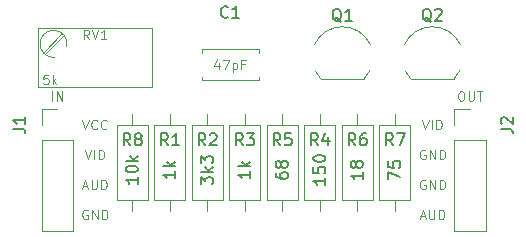
<source format=gto>
%TF.GenerationSoftware,KiCad,Pcbnew,(5.1.8)-1*%
%TF.CreationDate,2021-02-01T19:36:53+01:00*%
%TF.ProjectId,Composite Video Amplifier,436f6d70-6f73-4697-9465-20566964656f,rev?*%
%TF.SameCoordinates,Original*%
%TF.FileFunction,Legend,Top*%
%TF.FilePolarity,Positive*%
%FSLAX46Y46*%
G04 Gerber Fmt 4.6, Leading zero omitted, Abs format (unit mm)*
G04 Created by KiCad (PCBNEW (5.1.8)-1) date 2021-02-01 19:36:53*
%MOMM*%
%LPD*%
G01*
G04 APERTURE LIST*
%ADD10C,0.100000*%
%ADD11C,0.120000*%
%ADD12C,0.150000*%
G04 APERTURE END LIST*
D10*
X165760476Y-131680000D02*
X165684285Y-131641904D01*
X165570000Y-131641904D01*
X165455714Y-131680000D01*
X165379523Y-131756190D01*
X165341428Y-131832380D01*
X165303333Y-131984761D01*
X165303333Y-132099047D01*
X165341428Y-132251428D01*
X165379523Y-132327619D01*
X165455714Y-132403809D01*
X165570000Y-132441904D01*
X165646190Y-132441904D01*
X165760476Y-132403809D01*
X165798571Y-132365714D01*
X165798571Y-132099047D01*
X165646190Y-132099047D01*
X166141428Y-132441904D02*
X166141428Y-131641904D01*
X166598571Y-132441904D01*
X166598571Y-131641904D01*
X166979523Y-132441904D02*
X166979523Y-131641904D01*
X167170000Y-131641904D01*
X167284285Y-131680000D01*
X167360476Y-131756190D01*
X167398571Y-131832380D01*
X167436666Y-131984761D01*
X167436666Y-132099047D01*
X167398571Y-132251428D01*
X167360476Y-132327619D01*
X167284285Y-132403809D01*
X167170000Y-132441904D01*
X166979523Y-132441904D01*
X168745000Y-124148904D02*
X168897380Y-124148904D01*
X168973571Y-124187000D01*
X169049761Y-124263190D01*
X169087857Y-124415571D01*
X169087857Y-124682238D01*
X169049761Y-124834619D01*
X168973571Y-124910809D01*
X168897380Y-124948904D01*
X168745000Y-124948904D01*
X168668809Y-124910809D01*
X168592619Y-124834619D01*
X168554523Y-124682238D01*
X168554523Y-124415571D01*
X168592619Y-124263190D01*
X168668809Y-124187000D01*
X168745000Y-124148904D01*
X169430714Y-124148904D02*
X169430714Y-124796523D01*
X169468809Y-124872714D01*
X169506904Y-124910809D01*
X169583095Y-124948904D01*
X169735476Y-124948904D01*
X169811666Y-124910809D01*
X169849761Y-124872714D01*
X169887857Y-124796523D01*
X169887857Y-124148904D01*
X170154523Y-124148904D02*
X170611666Y-124148904D01*
X170383095Y-124948904D02*
X170383095Y-124148904D01*
X136785476Y-132213333D02*
X137166428Y-132213333D01*
X136709285Y-132441904D02*
X136975952Y-131641904D01*
X137242619Y-132441904D01*
X137509285Y-131641904D02*
X137509285Y-132289523D01*
X137547380Y-132365714D01*
X137585476Y-132403809D01*
X137661666Y-132441904D01*
X137814047Y-132441904D01*
X137890238Y-132403809D01*
X137928333Y-132365714D01*
X137966428Y-132289523D01*
X137966428Y-131641904D01*
X138347380Y-132441904D02*
X138347380Y-131641904D01*
X138537857Y-131641904D01*
X138652142Y-131680000D01*
X138728333Y-131756190D01*
X138766428Y-131832380D01*
X138804523Y-131984761D01*
X138804523Y-132099047D01*
X138766428Y-132251428D01*
X138728333Y-132327619D01*
X138652142Y-132403809D01*
X138537857Y-132441904D01*
X138347380Y-132441904D01*
X136937857Y-129101904D02*
X137204523Y-129901904D01*
X137471190Y-129101904D01*
X137737857Y-129901904D02*
X137737857Y-129101904D01*
X138118809Y-129901904D02*
X138118809Y-129101904D01*
X138309285Y-129101904D01*
X138423571Y-129140000D01*
X138499761Y-129216190D01*
X138537857Y-129292380D01*
X138575952Y-129444761D01*
X138575952Y-129559047D01*
X138537857Y-129711428D01*
X138499761Y-129787619D01*
X138423571Y-129863809D01*
X138309285Y-129901904D01*
X138118809Y-129901904D01*
X136728333Y-126561904D02*
X136995000Y-127361904D01*
X137261666Y-126561904D01*
X137985476Y-127285714D02*
X137947380Y-127323809D01*
X137833095Y-127361904D01*
X137756904Y-127361904D01*
X137642619Y-127323809D01*
X137566428Y-127247619D01*
X137528333Y-127171428D01*
X137490238Y-127019047D01*
X137490238Y-126904761D01*
X137528333Y-126752380D01*
X137566428Y-126676190D01*
X137642619Y-126600000D01*
X137756904Y-126561904D01*
X137833095Y-126561904D01*
X137947380Y-126600000D01*
X137985476Y-126638095D01*
X138785476Y-127285714D02*
X138747380Y-127323809D01*
X138633095Y-127361904D01*
X138556904Y-127361904D01*
X138442619Y-127323809D01*
X138366428Y-127247619D01*
X138328333Y-127171428D01*
X138290238Y-127019047D01*
X138290238Y-126904761D01*
X138328333Y-126752380D01*
X138366428Y-126676190D01*
X138442619Y-126600000D01*
X138556904Y-126561904D01*
X138633095Y-126561904D01*
X138747380Y-126600000D01*
X138785476Y-126638095D01*
X165512857Y-126561904D02*
X165779523Y-127361904D01*
X166046190Y-126561904D01*
X166312857Y-127361904D02*
X166312857Y-126561904D01*
X166693809Y-127361904D02*
X166693809Y-126561904D01*
X166884285Y-126561904D01*
X166998571Y-126600000D01*
X167074761Y-126676190D01*
X167112857Y-126752380D01*
X167150952Y-126904761D01*
X167150952Y-127019047D01*
X167112857Y-127171428D01*
X167074761Y-127247619D01*
X166998571Y-127323809D01*
X166884285Y-127361904D01*
X166693809Y-127361904D01*
X165360476Y-134753333D02*
X165741428Y-134753333D01*
X165284285Y-134981904D02*
X165550952Y-134181904D01*
X165817619Y-134981904D01*
X166084285Y-134181904D02*
X166084285Y-134829523D01*
X166122380Y-134905714D01*
X166160476Y-134943809D01*
X166236666Y-134981904D01*
X166389047Y-134981904D01*
X166465238Y-134943809D01*
X166503333Y-134905714D01*
X166541428Y-134829523D01*
X166541428Y-134181904D01*
X166922380Y-134981904D02*
X166922380Y-134181904D01*
X167112857Y-134181904D01*
X167227142Y-134220000D01*
X167303333Y-134296190D01*
X167341428Y-134372380D01*
X167379523Y-134524761D01*
X167379523Y-134639047D01*
X167341428Y-134791428D01*
X167303333Y-134867619D01*
X167227142Y-134943809D01*
X167112857Y-134981904D01*
X166922380Y-134981904D01*
X165760476Y-129140000D02*
X165684285Y-129101904D01*
X165570000Y-129101904D01*
X165455714Y-129140000D01*
X165379523Y-129216190D01*
X165341428Y-129292380D01*
X165303333Y-129444761D01*
X165303333Y-129559047D01*
X165341428Y-129711428D01*
X165379523Y-129787619D01*
X165455714Y-129863809D01*
X165570000Y-129901904D01*
X165646190Y-129901904D01*
X165760476Y-129863809D01*
X165798571Y-129825714D01*
X165798571Y-129559047D01*
X165646190Y-129559047D01*
X166141428Y-129901904D02*
X166141428Y-129101904D01*
X166598571Y-129901904D01*
X166598571Y-129101904D01*
X166979523Y-129901904D02*
X166979523Y-129101904D01*
X167170000Y-129101904D01*
X167284285Y-129140000D01*
X167360476Y-129216190D01*
X167398571Y-129292380D01*
X167436666Y-129444761D01*
X167436666Y-129559047D01*
X167398571Y-129711428D01*
X167360476Y-129787619D01*
X167284285Y-129863809D01*
X167170000Y-129901904D01*
X166979523Y-129901904D01*
X134200952Y-124948904D02*
X134200952Y-124148904D01*
X134581904Y-124948904D02*
X134581904Y-124148904D01*
X135039047Y-124948904D01*
X135039047Y-124148904D01*
X137185476Y-134220000D02*
X137109285Y-134181904D01*
X136995000Y-134181904D01*
X136880714Y-134220000D01*
X136804523Y-134296190D01*
X136766428Y-134372380D01*
X136728333Y-134524761D01*
X136728333Y-134639047D01*
X136766428Y-134791428D01*
X136804523Y-134867619D01*
X136880714Y-134943809D01*
X136995000Y-134981904D01*
X137071190Y-134981904D01*
X137185476Y-134943809D01*
X137223571Y-134905714D01*
X137223571Y-134639047D01*
X137071190Y-134639047D01*
X137566428Y-134981904D02*
X137566428Y-134181904D01*
X138023571Y-134981904D01*
X138023571Y-134181904D01*
X138404523Y-134981904D02*
X138404523Y-134181904D01*
X138595000Y-134181904D01*
X138709285Y-134220000D01*
X138785476Y-134296190D01*
X138823571Y-134372380D01*
X138861666Y-134524761D01*
X138861666Y-134639047D01*
X138823571Y-134791428D01*
X138785476Y-134867619D01*
X138709285Y-134943809D01*
X138595000Y-134981904D01*
X138404523Y-134981904D01*
D11*
%TO.C,R3*%
X150495000Y-126075000D02*
X150495000Y-126965000D01*
X150495000Y-134275000D02*
X150495000Y-133385000D01*
X149185000Y-126965000D02*
X149185000Y-133385000D01*
X151805000Y-126965000D02*
X149185000Y-126965000D01*
X151805000Y-133385000D02*
X151805000Y-126965000D01*
X149185000Y-133385000D02*
X151805000Y-133385000D01*
%TO.C,RV1*%
X133564000Y-121010000D02*
X135176000Y-119400000D01*
X133424000Y-120869000D02*
X135035000Y-119259000D01*
X132970000Y-123755000D02*
X132970000Y-118804000D01*
X142620000Y-123755000D02*
X142620000Y-118804000D01*
X142620000Y-118804000D02*
X132970000Y-118804000D01*
X142620000Y-123755000D02*
X132970000Y-123755000D01*
X134340309Y-121289296D02*
G75*
G02*
X134300000Y-118980000I-40309J1154296D01*
G01*
X134279879Y-118980948D02*
G75*
G02*
X135429000Y-120375000I20121J-1154052D01*
G01*
%TO.C,C1*%
X146855000Y-120924000D02*
X146855000Y-120610000D01*
X146855000Y-123230000D02*
X146855000Y-122916000D01*
X151675000Y-120924000D02*
X151675000Y-120610000D01*
X151675000Y-123230000D02*
X151675000Y-122916000D01*
X151675000Y-120610000D02*
X146855000Y-120610000D01*
X151675000Y-123230000D02*
X146855000Y-123230000D01*
%TO.C,J2*%
X168215000Y-125670000D02*
X169545000Y-125670000D01*
X168215000Y-127000000D02*
X168215000Y-125670000D01*
X168215000Y-128270000D02*
X170875000Y-128270000D01*
X170875000Y-128270000D02*
X170875000Y-135950000D01*
X168215000Y-128270000D02*
X168215000Y-135950000D01*
X168215000Y-135950000D02*
X170875000Y-135950000D01*
%TO.C,Q1*%
X156950000Y-123135000D02*
X160550000Y-123135000D01*
X156425816Y-122407795D02*
G75*
G03*
X156950000Y-123135000I2324184J1122795D01*
G01*
X156393600Y-120186193D02*
G75*
G02*
X158750000Y-118685000I2356400J-1098807D01*
G01*
X161106400Y-120186193D02*
G75*
G03*
X158750000Y-118685000I-2356400J-1098807D01*
G01*
X161074184Y-122407795D02*
G75*
G02*
X160550000Y-123135000I-2324184J1122795D01*
G01*
%TO.C,Q2*%
X164570000Y-123135000D02*
X168170000Y-123135000D01*
X164045816Y-122407795D02*
G75*
G03*
X164570000Y-123135000I2324184J1122795D01*
G01*
X164013600Y-120186193D02*
G75*
G02*
X166370000Y-118685000I2356400J-1098807D01*
G01*
X168726400Y-120186193D02*
G75*
G03*
X166370000Y-118685000I-2356400J-1098807D01*
G01*
X168694184Y-122407795D02*
G75*
G02*
X168170000Y-123135000I-2324184J1122795D01*
G01*
%TO.C,R1*%
X144145000Y-126075000D02*
X144145000Y-126965000D01*
X144145000Y-134275000D02*
X144145000Y-133385000D01*
X142835000Y-126965000D02*
X142835000Y-133385000D01*
X145455000Y-126965000D02*
X142835000Y-126965000D01*
X145455000Y-133385000D02*
X145455000Y-126965000D01*
X142835000Y-133385000D02*
X145455000Y-133385000D01*
%TO.C,R2*%
X147320000Y-126075000D02*
X147320000Y-126965000D01*
X147320000Y-134275000D02*
X147320000Y-133385000D01*
X146010000Y-126965000D02*
X146010000Y-133385000D01*
X148630000Y-126965000D02*
X146010000Y-126965000D01*
X148630000Y-133385000D02*
X148630000Y-126965000D01*
X146010000Y-133385000D02*
X148630000Y-133385000D01*
%TO.C,R4*%
X156845000Y-126075000D02*
X156845000Y-126965000D01*
X156845000Y-134275000D02*
X156845000Y-133385000D01*
X155535000Y-126965000D02*
X155535000Y-133385000D01*
X158155000Y-126965000D02*
X155535000Y-126965000D01*
X158155000Y-133385000D02*
X158155000Y-126965000D01*
X155535000Y-133385000D02*
X158155000Y-133385000D01*
%TO.C,R5*%
X153670000Y-126075000D02*
X153670000Y-126965000D01*
X153670000Y-134275000D02*
X153670000Y-133385000D01*
X152360000Y-126965000D02*
X152360000Y-133385000D01*
X154980000Y-126965000D02*
X152360000Y-126965000D01*
X154980000Y-133385000D02*
X154980000Y-126965000D01*
X152360000Y-133385000D02*
X154980000Y-133385000D01*
%TO.C,R6*%
X160020000Y-126075000D02*
X160020000Y-126965000D01*
X160020000Y-134275000D02*
X160020000Y-133385000D01*
X158710000Y-126965000D02*
X158710000Y-133385000D01*
X161330000Y-126965000D02*
X158710000Y-126965000D01*
X161330000Y-133385000D02*
X161330000Y-126965000D01*
X158710000Y-133385000D02*
X161330000Y-133385000D01*
%TO.C,R7*%
X163195000Y-126075000D02*
X163195000Y-126965000D01*
X163195000Y-134275000D02*
X163195000Y-133385000D01*
X161885000Y-126965000D02*
X161885000Y-133385000D01*
X164505000Y-126965000D02*
X161885000Y-126965000D01*
X164505000Y-133385000D02*
X164505000Y-126965000D01*
X161885000Y-133385000D02*
X164505000Y-133385000D01*
%TO.C,R8*%
X140970000Y-126075000D02*
X140970000Y-126965000D01*
X140970000Y-134275000D02*
X140970000Y-133385000D01*
X139660000Y-126965000D02*
X139660000Y-133385000D01*
X142280000Y-126965000D02*
X139660000Y-126965000D01*
X142280000Y-133385000D02*
X142280000Y-126965000D01*
X139660000Y-133385000D02*
X142280000Y-133385000D01*
%TO.C,J1*%
X133290000Y-125670000D02*
X134620000Y-125670000D01*
X133290000Y-127000000D02*
X133290000Y-125670000D01*
X133290000Y-128270000D02*
X135950000Y-128270000D01*
X135950000Y-128270000D02*
X135950000Y-135950000D01*
X133290000Y-128270000D02*
X133290000Y-135950000D01*
X133290000Y-135950000D02*
X135950000Y-135950000D01*
%TO.C,R3*%
D12*
X150328333Y-128722380D02*
X149995000Y-128246190D01*
X149756904Y-128722380D02*
X149756904Y-127722380D01*
X150137857Y-127722380D01*
X150233095Y-127770000D01*
X150280714Y-127817619D01*
X150328333Y-127912857D01*
X150328333Y-128055714D01*
X150280714Y-128150952D01*
X150233095Y-128198571D01*
X150137857Y-128246190D01*
X149756904Y-128246190D01*
X150661666Y-127722380D02*
X151280714Y-127722380D01*
X150947380Y-128103333D01*
X151090238Y-128103333D01*
X151185476Y-128150952D01*
X151233095Y-128198571D01*
X151280714Y-128293809D01*
X151280714Y-128531904D01*
X151233095Y-128627142D01*
X151185476Y-128674761D01*
X151090238Y-128722380D01*
X150804523Y-128722380D01*
X150709285Y-128674761D01*
X150661666Y-128627142D01*
X150947380Y-130929047D02*
X150947380Y-131500476D01*
X150947380Y-131214761D02*
X149947380Y-131214761D01*
X150090238Y-131310000D01*
X150185476Y-131405238D01*
X150233095Y-131500476D01*
X150947380Y-130500476D02*
X149947380Y-130500476D01*
X150566428Y-130405238D02*
X150947380Y-130119523D01*
X150280714Y-130119523D02*
X150661666Y-130500476D01*
%TO.C,RV1*%
D10*
X137318809Y-119741904D02*
X137052142Y-119360952D01*
X136861666Y-119741904D02*
X136861666Y-118941904D01*
X137166428Y-118941904D01*
X137242619Y-118980000D01*
X137280714Y-119018095D01*
X137318809Y-119094285D01*
X137318809Y-119208571D01*
X137280714Y-119284761D01*
X137242619Y-119322857D01*
X137166428Y-119360952D01*
X136861666Y-119360952D01*
X137547380Y-118941904D02*
X137814047Y-119741904D01*
X138080714Y-118941904D01*
X138766428Y-119741904D02*
X138309285Y-119741904D01*
X138537857Y-119741904D02*
X138537857Y-118941904D01*
X138461666Y-119056190D01*
X138385476Y-119132380D01*
X138309285Y-119170476D01*
X133851666Y-122751904D02*
X133470714Y-122751904D01*
X133432619Y-123132857D01*
X133470714Y-123094761D01*
X133546904Y-123056666D01*
X133737380Y-123056666D01*
X133813571Y-123094761D01*
X133851666Y-123132857D01*
X133889761Y-123209047D01*
X133889761Y-123399523D01*
X133851666Y-123475714D01*
X133813571Y-123513809D01*
X133737380Y-123551904D01*
X133546904Y-123551904D01*
X133470714Y-123513809D01*
X133432619Y-123475714D01*
X134232619Y-123551904D02*
X134232619Y-122751904D01*
X134308809Y-123247142D02*
X134537380Y-123551904D01*
X134537380Y-123018571D02*
X134232619Y-123323333D01*
%TO.C,C1*%
D12*
X149058333Y-117832142D02*
X149010714Y-117879761D01*
X148867857Y-117927380D01*
X148772619Y-117927380D01*
X148629761Y-117879761D01*
X148534523Y-117784523D01*
X148486904Y-117689285D01*
X148439285Y-117498809D01*
X148439285Y-117355952D01*
X148486904Y-117165476D01*
X148534523Y-117070238D01*
X148629761Y-116975000D01*
X148772619Y-116927380D01*
X148867857Y-116927380D01*
X149010714Y-116975000D01*
X149058333Y-117022619D01*
X150010714Y-117927380D02*
X149439285Y-117927380D01*
X149725000Y-117927380D02*
X149725000Y-116927380D01*
X149629761Y-117070238D01*
X149534523Y-117165476D01*
X149439285Y-117213095D01*
D10*
X148291666Y-121748571D02*
X148291666Y-122281904D01*
X148101190Y-121443809D02*
X147910714Y-122015238D01*
X148405952Y-122015238D01*
X148634523Y-121481904D02*
X149167857Y-121481904D01*
X148825000Y-122281904D01*
X149472619Y-121748571D02*
X149472619Y-122548571D01*
X149472619Y-121786666D02*
X149548809Y-121748571D01*
X149701190Y-121748571D01*
X149777380Y-121786666D01*
X149815476Y-121824761D01*
X149853571Y-121900952D01*
X149853571Y-122129523D01*
X149815476Y-122205714D01*
X149777380Y-122243809D01*
X149701190Y-122281904D01*
X149548809Y-122281904D01*
X149472619Y-122243809D01*
X150463095Y-121862857D02*
X150196428Y-121862857D01*
X150196428Y-122281904D02*
X150196428Y-121481904D01*
X150577380Y-121481904D01*
%TO.C,J2*%
D12*
X172172380Y-127333333D02*
X172886666Y-127333333D01*
X173029523Y-127380952D01*
X173124761Y-127476190D01*
X173172380Y-127619047D01*
X173172380Y-127714285D01*
X172267619Y-126904761D02*
X172220000Y-126857142D01*
X172172380Y-126761904D01*
X172172380Y-126523809D01*
X172220000Y-126428571D01*
X172267619Y-126380952D01*
X172362857Y-126333333D01*
X172458095Y-126333333D01*
X172600952Y-126380952D01*
X173172380Y-126952380D01*
X173172380Y-126333333D01*
%TO.C,Q1*%
X158654761Y-118272619D02*
X158559523Y-118225000D01*
X158464285Y-118129761D01*
X158321428Y-117986904D01*
X158226190Y-117939285D01*
X158130952Y-117939285D01*
X158178571Y-118177380D02*
X158083333Y-118129761D01*
X157988095Y-118034523D01*
X157940476Y-117844047D01*
X157940476Y-117510714D01*
X157988095Y-117320238D01*
X158083333Y-117225000D01*
X158178571Y-117177380D01*
X158369047Y-117177380D01*
X158464285Y-117225000D01*
X158559523Y-117320238D01*
X158607142Y-117510714D01*
X158607142Y-117844047D01*
X158559523Y-118034523D01*
X158464285Y-118129761D01*
X158369047Y-118177380D01*
X158178571Y-118177380D01*
X159559523Y-118177380D02*
X158988095Y-118177380D01*
X159273809Y-118177380D02*
X159273809Y-117177380D01*
X159178571Y-117320238D01*
X159083333Y-117415476D01*
X158988095Y-117463095D01*
%TO.C,Q2*%
X166274761Y-118272619D02*
X166179523Y-118225000D01*
X166084285Y-118129761D01*
X165941428Y-117986904D01*
X165846190Y-117939285D01*
X165750952Y-117939285D01*
X165798571Y-118177380D02*
X165703333Y-118129761D01*
X165608095Y-118034523D01*
X165560476Y-117844047D01*
X165560476Y-117510714D01*
X165608095Y-117320238D01*
X165703333Y-117225000D01*
X165798571Y-117177380D01*
X165989047Y-117177380D01*
X166084285Y-117225000D01*
X166179523Y-117320238D01*
X166227142Y-117510714D01*
X166227142Y-117844047D01*
X166179523Y-118034523D01*
X166084285Y-118129761D01*
X165989047Y-118177380D01*
X165798571Y-118177380D01*
X166608095Y-117272619D02*
X166655714Y-117225000D01*
X166750952Y-117177380D01*
X166989047Y-117177380D01*
X167084285Y-117225000D01*
X167131904Y-117272619D01*
X167179523Y-117367857D01*
X167179523Y-117463095D01*
X167131904Y-117605952D01*
X166560476Y-118177380D01*
X167179523Y-118177380D01*
%TO.C,R1*%
X143978333Y-128722380D02*
X143645000Y-128246190D01*
X143406904Y-128722380D02*
X143406904Y-127722380D01*
X143787857Y-127722380D01*
X143883095Y-127770000D01*
X143930714Y-127817619D01*
X143978333Y-127912857D01*
X143978333Y-128055714D01*
X143930714Y-128150952D01*
X143883095Y-128198571D01*
X143787857Y-128246190D01*
X143406904Y-128246190D01*
X144930714Y-128722380D02*
X144359285Y-128722380D01*
X144645000Y-128722380D02*
X144645000Y-127722380D01*
X144549761Y-127865238D01*
X144454523Y-127960476D01*
X144359285Y-128008095D01*
X144597380Y-130929047D02*
X144597380Y-131500476D01*
X144597380Y-131214761D02*
X143597380Y-131214761D01*
X143740238Y-131310000D01*
X143835476Y-131405238D01*
X143883095Y-131500476D01*
X144597380Y-130500476D02*
X143597380Y-130500476D01*
X144216428Y-130405238D02*
X144597380Y-130119523D01*
X143930714Y-130119523D02*
X144311666Y-130500476D01*
%TO.C,R2*%
X147153333Y-128722380D02*
X146820000Y-128246190D01*
X146581904Y-128722380D02*
X146581904Y-127722380D01*
X146962857Y-127722380D01*
X147058095Y-127770000D01*
X147105714Y-127817619D01*
X147153333Y-127912857D01*
X147153333Y-128055714D01*
X147105714Y-128150952D01*
X147058095Y-128198571D01*
X146962857Y-128246190D01*
X146581904Y-128246190D01*
X147534285Y-127817619D02*
X147581904Y-127770000D01*
X147677142Y-127722380D01*
X147915238Y-127722380D01*
X148010476Y-127770000D01*
X148058095Y-127817619D01*
X148105714Y-127912857D01*
X148105714Y-128008095D01*
X148058095Y-128150952D01*
X147486666Y-128722380D01*
X148105714Y-128722380D01*
X146772380Y-132024285D02*
X146772380Y-131405238D01*
X147153333Y-131738571D01*
X147153333Y-131595714D01*
X147200952Y-131500476D01*
X147248571Y-131452857D01*
X147343809Y-131405238D01*
X147581904Y-131405238D01*
X147677142Y-131452857D01*
X147724761Y-131500476D01*
X147772380Y-131595714D01*
X147772380Y-131881428D01*
X147724761Y-131976666D01*
X147677142Y-132024285D01*
X147772380Y-130976666D02*
X146772380Y-130976666D01*
X147391428Y-130881428D02*
X147772380Y-130595714D01*
X147105714Y-130595714D02*
X147486666Y-130976666D01*
X146772380Y-130262380D02*
X146772380Y-129643333D01*
X147153333Y-129976666D01*
X147153333Y-129833809D01*
X147200952Y-129738571D01*
X147248571Y-129690952D01*
X147343809Y-129643333D01*
X147581904Y-129643333D01*
X147677142Y-129690952D01*
X147724761Y-129738571D01*
X147772380Y-129833809D01*
X147772380Y-130119523D01*
X147724761Y-130214761D01*
X147677142Y-130262380D01*
%TO.C,R4*%
X156678333Y-128722380D02*
X156345000Y-128246190D01*
X156106904Y-128722380D02*
X156106904Y-127722380D01*
X156487857Y-127722380D01*
X156583095Y-127770000D01*
X156630714Y-127817619D01*
X156678333Y-127912857D01*
X156678333Y-128055714D01*
X156630714Y-128150952D01*
X156583095Y-128198571D01*
X156487857Y-128246190D01*
X156106904Y-128246190D01*
X157535476Y-128055714D02*
X157535476Y-128722380D01*
X157297380Y-127674761D02*
X157059285Y-128389047D01*
X157678333Y-128389047D01*
X157297380Y-131476666D02*
X157297380Y-132048095D01*
X157297380Y-131762380D02*
X156297380Y-131762380D01*
X156440238Y-131857619D01*
X156535476Y-131952857D01*
X156583095Y-132048095D01*
X156297380Y-130571904D02*
X156297380Y-131048095D01*
X156773571Y-131095714D01*
X156725952Y-131048095D01*
X156678333Y-130952857D01*
X156678333Y-130714761D01*
X156725952Y-130619523D01*
X156773571Y-130571904D01*
X156868809Y-130524285D01*
X157106904Y-130524285D01*
X157202142Y-130571904D01*
X157249761Y-130619523D01*
X157297380Y-130714761D01*
X157297380Y-130952857D01*
X157249761Y-131048095D01*
X157202142Y-131095714D01*
X156297380Y-129905238D02*
X156297380Y-129810000D01*
X156345000Y-129714761D01*
X156392619Y-129667142D01*
X156487857Y-129619523D01*
X156678333Y-129571904D01*
X156916428Y-129571904D01*
X157106904Y-129619523D01*
X157202142Y-129667142D01*
X157249761Y-129714761D01*
X157297380Y-129810000D01*
X157297380Y-129905238D01*
X157249761Y-130000476D01*
X157202142Y-130048095D01*
X157106904Y-130095714D01*
X156916428Y-130143333D01*
X156678333Y-130143333D01*
X156487857Y-130095714D01*
X156392619Y-130048095D01*
X156345000Y-130000476D01*
X156297380Y-129905238D01*
%TO.C,R5*%
X153503333Y-128722380D02*
X153170000Y-128246190D01*
X152931904Y-128722380D02*
X152931904Y-127722380D01*
X153312857Y-127722380D01*
X153408095Y-127770000D01*
X153455714Y-127817619D01*
X153503333Y-127912857D01*
X153503333Y-128055714D01*
X153455714Y-128150952D01*
X153408095Y-128198571D01*
X153312857Y-128246190D01*
X152931904Y-128246190D01*
X154408095Y-127722380D02*
X153931904Y-127722380D01*
X153884285Y-128198571D01*
X153931904Y-128150952D01*
X154027142Y-128103333D01*
X154265238Y-128103333D01*
X154360476Y-128150952D01*
X154408095Y-128198571D01*
X154455714Y-128293809D01*
X154455714Y-128531904D01*
X154408095Y-128627142D01*
X154360476Y-128674761D01*
X154265238Y-128722380D01*
X154027142Y-128722380D01*
X153931904Y-128674761D01*
X153884285Y-128627142D01*
X153122380Y-131095714D02*
X153122380Y-131286190D01*
X153170000Y-131381428D01*
X153217619Y-131429047D01*
X153360476Y-131524285D01*
X153550952Y-131571904D01*
X153931904Y-131571904D01*
X154027142Y-131524285D01*
X154074761Y-131476666D01*
X154122380Y-131381428D01*
X154122380Y-131190952D01*
X154074761Y-131095714D01*
X154027142Y-131048095D01*
X153931904Y-131000476D01*
X153693809Y-131000476D01*
X153598571Y-131048095D01*
X153550952Y-131095714D01*
X153503333Y-131190952D01*
X153503333Y-131381428D01*
X153550952Y-131476666D01*
X153598571Y-131524285D01*
X153693809Y-131571904D01*
X153550952Y-130429047D02*
X153503333Y-130524285D01*
X153455714Y-130571904D01*
X153360476Y-130619523D01*
X153312857Y-130619523D01*
X153217619Y-130571904D01*
X153170000Y-130524285D01*
X153122380Y-130429047D01*
X153122380Y-130238571D01*
X153170000Y-130143333D01*
X153217619Y-130095714D01*
X153312857Y-130048095D01*
X153360476Y-130048095D01*
X153455714Y-130095714D01*
X153503333Y-130143333D01*
X153550952Y-130238571D01*
X153550952Y-130429047D01*
X153598571Y-130524285D01*
X153646190Y-130571904D01*
X153741428Y-130619523D01*
X153931904Y-130619523D01*
X154027142Y-130571904D01*
X154074761Y-130524285D01*
X154122380Y-130429047D01*
X154122380Y-130238571D01*
X154074761Y-130143333D01*
X154027142Y-130095714D01*
X153931904Y-130048095D01*
X153741428Y-130048095D01*
X153646190Y-130095714D01*
X153598571Y-130143333D01*
X153550952Y-130238571D01*
%TO.C,R6*%
X159853333Y-128722380D02*
X159520000Y-128246190D01*
X159281904Y-128722380D02*
X159281904Y-127722380D01*
X159662857Y-127722380D01*
X159758095Y-127770000D01*
X159805714Y-127817619D01*
X159853333Y-127912857D01*
X159853333Y-128055714D01*
X159805714Y-128150952D01*
X159758095Y-128198571D01*
X159662857Y-128246190D01*
X159281904Y-128246190D01*
X160710476Y-127722380D02*
X160520000Y-127722380D01*
X160424761Y-127770000D01*
X160377142Y-127817619D01*
X160281904Y-127960476D01*
X160234285Y-128150952D01*
X160234285Y-128531904D01*
X160281904Y-128627142D01*
X160329523Y-128674761D01*
X160424761Y-128722380D01*
X160615238Y-128722380D01*
X160710476Y-128674761D01*
X160758095Y-128627142D01*
X160805714Y-128531904D01*
X160805714Y-128293809D01*
X160758095Y-128198571D01*
X160710476Y-128150952D01*
X160615238Y-128103333D01*
X160424761Y-128103333D01*
X160329523Y-128150952D01*
X160281904Y-128198571D01*
X160234285Y-128293809D01*
X160472380Y-131000476D02*
X160472380Y-131571904D01*
X160472380Y-131286190D02*
X159472380Y-131286190D01*
X159615238Y-131381428D01*
X159710476Y-131476666D01*
X159758095Y-131571904D01*
X159900952Y-130429047D02*
X159853333Y-130524285D01*
X159805714Y-130571904D01*
X159710476Y-130619523D01*
X159662857Y-130619523D01*
X159567619Y-130571904D01*
X159520000Y-130524285D01*
X159472380Y-130429047D01*
X159472380Y-130238571D01*
X159520000Y-130143333D01*
X159567619Y-130095714D01*
X159662857Y-130048095D01*
X159710476Y-130048095D01*
X159805714Y-130095714D01*
X159853333Y-130143333D01*
X159900952Y-130238571D01*
X159900952Y-130429047D01*
X159948571Y-130524285D01*
X159996190Y-130571904D01*
X160091428Y-130619523D01*
X160281904Y-130619523D01*
X160377142Y-130571904D01*
X160424761Y-130524285D01*
X160472380Y-130429047D01*
X160472380Y-130238571D01*
X160424761Y-130143333D01*
X160377142Y-130095714D01*
X160281904Y-130048095D01*
X160091428Y-130048095D01*
X159996190Y-130095714D01*
X159948571Y-130143333D01*
X159900952Y-130238571D01*
%TO.C,R7*%
X163028333Y-128722380D02*
X162695000Y-128246190D01*
X162456904Y-128722380D02*
X162456904Y-127722380D01*
X162837857Y-127722380D01*
X162933095Y-127770000D01*
X162980714Y-127817619D01*
X163028333Y-127912857D01*
X163028333Y-128055714D01*
X162980714Y-128150952D01*
X162933095Y-128198571D01*
X162837857Y-128246190D01*
X162456904Y-128246190D01*
X163361666Y-127722380D02*
X164028333Y-127722380D01*
X163599761Y-128722380D01*
X162647380Y-131619523D02*
X162647380Y-130952857D01*
X163647380Y-131381428D01*
X162647380Y-130095714D02*
X162647380Y-130571904D01*
X163123571Y-130619523D01*
X163075952Y-130571904D01*
X163028333Y-130476666D01*
X163028333Y-130238571D01*
X163075952Y-130143333D01*
X163123571Y-130095714D01*
X163218809Y-130048095D01*
X163456904Y-130048095D01*
X163552142Y-130095714D01*
X163599761Y-130143333D01*
X163647380Y-130238571D01*
X163647380Y-130476666D01*
X163599761Y-130571904D01*
X163552142Y-130619523D01*
%TO.C,R8*%
X140803333Y-128722380D02*
X140470000Y-128246190D01*
X140231904Y-128722380D02*
X140231904Y-127722380D01*
X140612857Y-127722380D01*
X140708095Y-127770000D01*
X140755714Y-127817619D01*
X140803333Y-127912857D01*
X140803333Y-128055714D01*
X140755714Y-128150952D01*
X140708095Y-128198571D01*
X140612857Y-128246190D01*
X140231904Y-128246190D01*
X141374761Y-128150952D02*
X141279523Y-128103333D01*
X141231904Y-128055714D01*
X141184285Y-127960476D01*
X141184285Y-127912857D01*
X141231904Y-127817619D01*
X141279523Y-127770000D01*
X141374761Y-127722380D01*
X141565238Y-127722380D01*
X141660476Y-127770000D01*
X141708095Y-127817619D01*
X141755714Y-127912857D01*
X141755714Y-127960476D01*
X141708095Y-128055714D01*
X141660476Y-128103333D01*
X141565238Y-128150952D01*
X141374761Y-128150952D01*
X141279523Y-128198571D01*
X141231904Y-128246190D01*
X141184285Y-128341428D01*
X141184285Y-128531904D01*
X141231904Y-128627142D01*
X141279523Y-128674761D01*
X141374761Y-128722380D01*
X141565238Y-128722380D01*
X141660476Y-128674761D01*
X141708095Y-128627142D01*
X141755714Y-128531904D01*
X141755714Y-128341428D01*
X141708095Y-128246190D01*
X141660476Y-128198571D01*
X141565238Y-128150952D01*
X141422380Y-131405238D02*
X141422380Y-131976666D01*
X141422380Y-131690952D02*
X140422380Y-131690952D01*
X140565238Y-131786190D01*
X140660476Y-131881428D01*
X140708095Y-131976666D01*
X140422380Y-130786190D02*
X140422380Y-130690952D01*
X140470000Y-130595714D01*
X140517619Y-130548095D01*
X140612857Y-130500476D01*
X140803333Y-130452857D01*
X141041428Y-130452857D01*
X141231904Y-130500476D01*
X141327142Y-130548095D01*
X141374761Y-130595714D01*
X141422380Y-130690952D01*
X141422380Y-130786190D01*
X141374761Y-130881428D01*
X141327142Y-130929047D01*
X141231904Y-130976666D01*
X141041428Y-131024285D01*
X140803333Y-131024285D01*
X140612857Y-130976666D01*
X140517619Y-130929047D01*
X140470000Y-130881428D01*
X140422380Y-130786190D01*
X141422380Y-130024285D02*
X140422380Y-130024285D01*
X141041428Y-129929047D02*
X141422380Y-129643333D01*
X140755714Y-129643333D02*
X141136666Y-130024285D01*
%TO.C,J1*%
X130897380Y-127333333D02*
X131611666Y-127333333D01*
X131754523Y-127380952D01*
X131849761Y-127476190D01*
X131897380Y-127619047D01*
X131897380Y-127714285D01*
X131897380Y-126333333D02*
X131897380Y-126904761D01*
X131897380Y-126619047D02*
X130897380Y-126619047D01*
X131040238Y-126714285D01*
X131135476Y-126809523D01*
X131183095Y-126904761D01*
%TD*%
M02*

</source>
